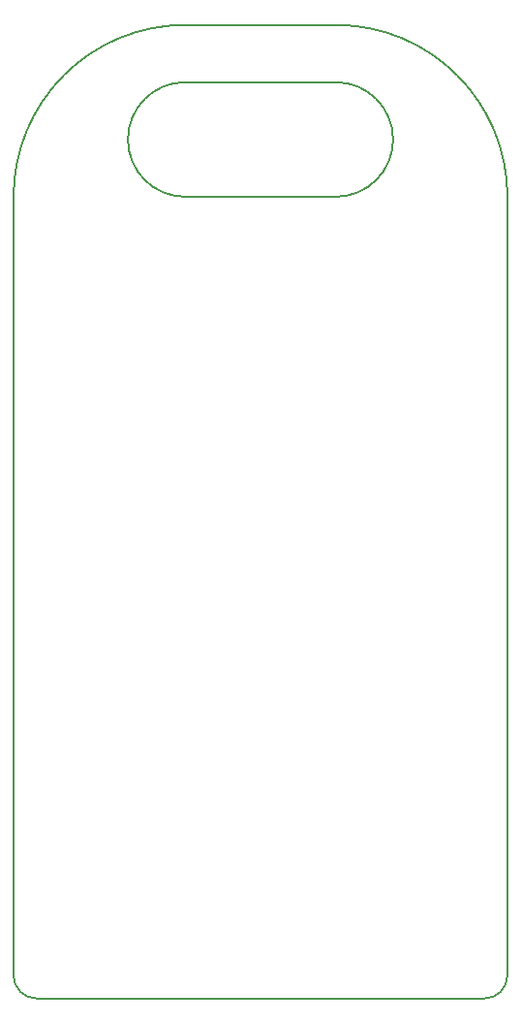
<source format=gbr>
G04 #@! TF.GenerationSoftware,KiCad,Pcbnew,5.0.2-bee76a0~70~ubuntu18.04.1*
G04 #@! TF.CreationDate,2019-01-05T09:40:10+09:00*
G04 #@! TF.ProjectId,bottom_pcb,626f7474-6f6d-45f7-9063-622e6b696361,rev?*
G04 #@! TF.SameCoordinates,Original*
G04 #@! TF.FileFunction,Profile,NP*
%FSLAX46Y46*%
G04 Gerber Fmt 4.6, Leading zero omitted, Abs format (unit mm)*
G04 Created by KiCad (PCBNEW 5.0.2-bee76a0~70~ubuntu18.04.1) date 2019年01月05日 09時40分10秒*
%MOMM*%
%LPD*%
G01*
G04 APERTURE LIST*
%ADD10C,0.200000*%
%ADD11C,0.150000*%
G04 APERTURE END LIST*
D10*
X126044960Y-49405400D02*
G75*
G02X141044960Y-34405400I15000000J0D01*
G01*
X154224960Y-34405400D02*
G75*
G02X169224960Y-49405400I0J-15000000D01*
G01*
D11*
X169224960Y-117405400D02*
G75*
G02X167224960Y-119405400I-2000000J0D01*
G01*
X128044960Y-119405400D02*
G75*
G02X126044960Y-117405400I0J2000000D01*
G01*
X154224960Y-39405400D02*
G75*
G02X154224960Y-49405400I0J-5000000D01*
G01*
X141044960Y-49405400D02*
G75*
G02X141044960Y-39405400I0J5000000D01*
G01*
X141044960Y-39405400D02*
X154224960Y-39405400D01*
D10*
X141044960Y-49405400D02*
X154224960Y-49405400D01*
X154224960Y-34405400D02*
X141044960Y-34405400D01*
X169224960Y-117405400D02*
X169224960Y-49405400D01*
X128044960Y-119405400D02*
X167224960Y-119405400D01*
X126044960Y-49405400D02*
X126044960Y-117405400D01*
M02*

</source>
